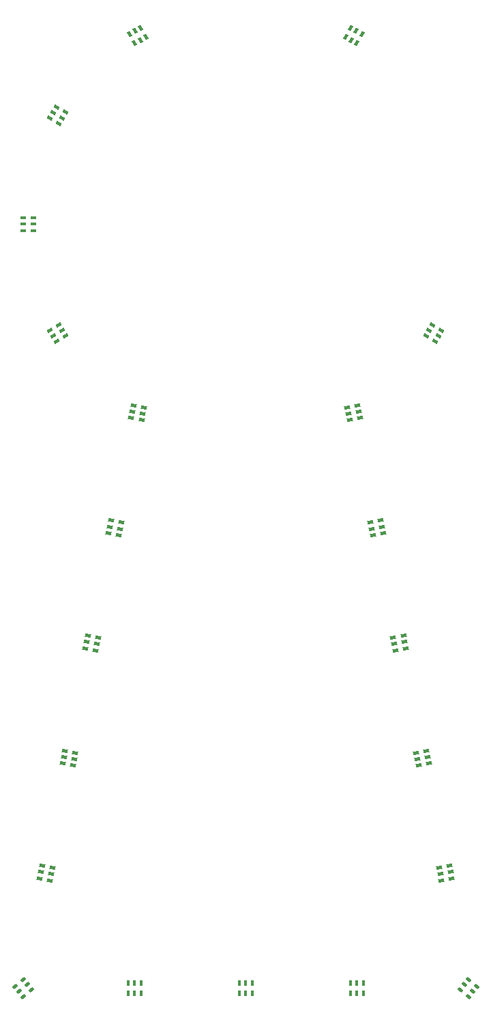
<source format=gbr>
%TF.GenerationSoftware,KiCad,Pcbnew,(6.0.1-0)*%
%TF.CreationDate,2022-05-13T10:35:12-07:00*%
%TF.ProjectId,badge_eda,62616467-655f-4656-9461-2e6b69636164,rev?*%
%TF.SameCoordinates,Original*%
%TF.FileFunction,Paste,Top*%
%TF.FilePolarity,Positive*%
%FSLAX46Y46*%
G04 Gerber Fmt 4.6, Leading zero omitted, Abs format (unit mm)*
G04 Created by KiCad (PCBNEW (6.0.1-0)) date 2022-05-13 10:35:12*
%MOMM*%
%LPD*%
G01*
G04 APERTURE LIST*
G04 Aperture macros list*
%AMRotRect*
0 Rectangle, with rotation*
0 The origin of the aperture is its center*
0 $1 length*
0 $2 width*
0 $3 Rotation angle, in degrees counterclockwise*
0 Add horizontal line*
21,1,$1,$2,0,0,$3*%
G04 Aperture macros list end*
%ADD10RotRect,0.700000X0.400000X191.270000*%
%ADD11RotRect,0.700000X0.400000X149.920000*%
%ADD12RotRect,0.700000X0.400000X348.730000*%
%ADD13RotRect,0.700000X0.400000X39.370000*%
%ADD14RotRect,0.700000X0.400000X329.920000*%
%ADD15RotRect,0.700000X0.400000X299.830000*%
%ADD16RotRect,0.700000X0.400000X30.080000*%
%ADD17RotRect,0.700000X0.400000X140.630000*%
%ADD18R,0.400000X0.700000*%
%ADD19R,0.700000X0.400000*%
%ADD20RotRect,0.700000X0.400000X240.170000*%
G04 APERTURE END LIST*
D10*
%TO.C,D6*%
X152584212Y-136242742D03*
X152427866Y-135458169D03*
X152271520Y-134673595D03*
X150996588Y-134927658D03*
X151152934Y-135712231D03*
X151309280Y-136496805D03*
%TD*%
D11*
%TO.C,D1*%
X150504095Y-69648847D03*
X150905062Y-68956586D03*
X151306029Y-68264325D03*
X150181105Y-67612753D03*
X149780138Y-68305014D03*
X149379171Y-68997275D03*
%TD*%
D12*
%TO.C,D12*%
X101728480Y-134673595D03*
X101572134Y-135458169D03*
X101415788Y-136242742D03*
X102690720Y-136496805D03*
X102847066Y-135712231D03*
X103003412Y-134927658D03*
%TD*%
D13*
%TO.C,D11*%
X98354847Y-149653859D03*
X98862307Y-150272312D03*
X99369768Y-150890764D03*
X100374753Y-150066141D03*
X99867293Y-149447688D03*
X99359832Y-148829236D03*
%TD*%
D14*
%TO.C,D19*%
X103495905Y-40587153D03*
X103094938Y-41279414D03*
X102693971Y-41971675D03*
X103818895Y-42623247D03*
X104219862Y-41930986D03*
X104620829Y-41238725D03*
%TD*%
D15*
%TO.C,D20*%
X113959476Y-30762779D03*
X113265472Y-31160722D03*
X112571468Y-31558664D03*
X113218124Y-32686421D03*
X113912128Y-32288478D03*
X114606132Y-31890536D03*
%TD*%
D10*
%TO.C,D2*%
X141205012Y-79168942D03*
X141048666Y-78384369D03*
X140892320Y-77599795D03*
X139617388Y-77853858D03*
X139773734Y-78638431D03*
X139930080Y-79423005D03*
%TD*%
D16*
%TO.C,D17*%
X102693971Y-68264325D03*
X103094938Y-68956586D03*
X103495905Y-69648847D03*
X104620829Y-68997275D03*
X104219862Y-68305014D03*
X103818895Y-67612753D03*
%TD*%
D17*
%TO.C,D7*%
X154630232Y-150890764D03*
X155137693Y-150272312D03*
X155645153Y-149653859D03*
X154640168Y-148829236D03*
X154132707Y-149447688D03*
X153625247Y-150066141D03*
%TD*%
D10*
%TO.C,D3*%
X144049812Y-93443742D03*
X143893466Y-92659169D03*
X143737120Y-91874595D03*
X142462188Y-92128658D03*
X142618534Y-92913231D03*
X142774880Y-93697805D03*
%TD*%
D18*
%TO.C,D9*%
X126200000Y-150510000D03*
X127000000Y-150510000D03*
X127800000Y-150510000D03*
X127800000Y-149210000D03*
X127000000Y-149210000D03*
X126200000Y-149210000D03*
%TD*%
D12*
%TO.C,D16*%
X113107680Y-77599795D03*
X112951334Y-78384369D03*
X112794988Y-79168942D03*
X114069920Y-79423005D03*
X114226266Y-78638431D03*
X114382612Y-77853858D03*
%TD*%
D19*
%TO.C,D18*%
X99375200Y-54318000D03*
X99375200Y-55118000D03*
X99375200Y-55918000D03*
X100675200Y-55918000D03*
X100675200Y-55118000D03*
X100675200Y-54318000D03*
%TD*%
D12*
%TO.C,D13*%
X104573280Y-120424195D03*
X104416934Y-121208769D03*
X104260588Y-121993342D03*
X105535520Y-122247405D03*
X105691866Y-121462831D03*
X105848212Y-120678258D03*
%TD*%
%TO.C,D15*%
X110262880Y-91874595D03*
X110106534Y-92659169D03*
X109950188Y-93443742D03*
X111225120Y-93697805D03*
X111381466Y-92913231D03*
X111537812Y-92128658D03*
%TD*%
D10*
%TO.C,D5*%
X149739412Y-121993342D03*
X149583066Y-121208769D03*
X149426720Y-120424195D03*
X148151788Y-120678258D03*
X148308134Y-121462831D03*
X148464480Y-122247405D03*
%TD*%
D20*
%TO.C,D21*%
X141428532Y-31558664D03*
X140734528Y-31160722D03*
X140040524Y-30762779D03*
X139393868Y-31890536D03*
X140087872Y-32288478D03*
X140781876Y-32686421D03*
%TD*%
D12*
%TO.C,D14*%
X107418080Y-106149395D03*
X107261734Y-106933969D03*
X107105388Y-107718542D03*
X108380320Y-107972605D03*
X108536666Y-107188031D03*
X108693012Y-106403458D03*
%TD*%
D18*
%TO.C,D8*%
X140017600Y-150510000D03*
X140817600Y-150510000D03*
X141617600Y-150510000D03*
X141617600Y-149210000D03*
X140817600Y-149210000D03*
X140017600Y-149210000D03*
%TD*%
%TO.C,D10*%
X112382400Y-150510000D03*
X113182400Y-150510000D03*
X113982400Y-150510000D03*
X113982400Y-149210000D03*
X113182400Y-149210000D03*
X112382400Y-149210000D03*
%TD*%
D10*
%TO.C,D4*%
X146894612Y-107718542D03*
X146738266Y-106933969D03*
X146581920Y-106149395D03*
X145306988Y-106403458D03*
X145463334Y-107188031D03*
X145619680Y-107972605D03*
%TD*%
M02*

</source>
